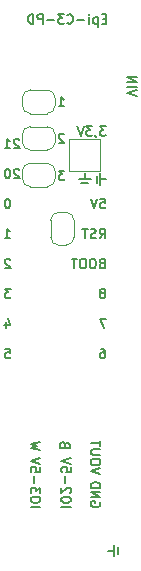
<source format=gbr>
%TF.GenerationSoftware,KiCad,Pcbnew,8.0.5-8.0.5-0~ubuntu24.04.1*%
%TF.CreationDate,2024-10-10T17:44:54+02:00*%
%TF.ProjectId,epi_ESP32_PD,6570695f-4553-4503-9332-5f50442e6b69,1_1*%
%TF.SameCoordinates,Original*%
%TF.FileFunction,Legend,Bot*%
%TF.FilePolarity,Positive*%
%FSLAX46Y46*%
G04 Gerber Fmt 4.6, Leading zero omitted, Abs format (unit mm)*
G04 Created by KiCad (PCBNEW 8.0.5-8.0.5-0~ubuntu24.04.1) date 2024-10-10 17:44:54*
%MOMM*%
%LPD*%
G01*
G04 APERTURE LIST*
%ADD10C,0.160000*%
%ADD11C,0.120000*%
G04 APERTURE END LIST*
D10*
X107100000Y-50950000D02*
X107100000Y-50450000D01*
X108300000Y-82400000D02*
X108300000Y-81900000D01*
X105500000Y-51250000D02*
X106100000Y-51250000D01*
X106800000Y-50650000D02*
X106800000Y-51250000D01*
X105800000Y-50950000D02*
X106300000Y-50950000D01*
X108600000Y-82700000D02*
X108600000Y-82100000D01*
X107800000Y-82400000D02*
X108300000Y-82400000D01*
X105800000Y-50450000D02*
X105800000Y-50950000D01*
X105800000Y-50950000D02*
X105300000Y-50950000D01*
X108300000Y-82400000D02*
X108300000Y-82900000D01*
X107100000Y-50950000D02*
X107100000Y-51450000D01*
X107600000Y-50950000D02*
X107100000Y-50950000D01*
X107580451Y-62774975D02*
X107047117Y-62774975D01*
X107047117Y-62774975D02*
X107389975Y-63574975D01*
X100242356Y-50151165D02*
X100204260Y-50113070D01*
X100204260Y-50113070D02*
X100128070Y-50074975D01*
X100128070Y-50074975D02*
X99937594Y-50074975D01*
X99937594Y-50074975D02*
X99861403Y-50113070D01*
X99861403Y-50113070D02*
X99823308Y-50151165D01*
X99823308Y-50151165D02*
X99785213Y-50227356D01*
X99785213Y-50227356D02*
X99785213Y-50303546D01*
X99785213Y-50303546D02*
X99823308Y-50417832D01*
X99823308Y-50417832D02*
X100280451Y-50874975D01*
X100280451Y-50874975D02*
X99785213Y-50874975D01*
X99289974Y-50074975D02*
X99213784Y-50074975D01*
X99213784Y-50074975D02*
X99137593Y-50113070D01*
X99137593Y-50113070D02*
X99099498Y-50151165D01*
X99099498Y-50151165D02*
X99061403Y-50227356D01*
X99061403Y-50227356D02*
X99023308Y-50379737D01*
X99023308Y-50379737D02*
X99023308Y-50570213D01*
X99023308Y-50570213D02*
X99061403Y-50722594D01*
X99061403Y-50722594D02*
X99099498Y-50798784D01*
X99099498Y-50798784D02*
X99137593Y-50836880D01*
X99137593Y-50836880D02*
X99213784Y-50874975D01*
X99213784Y-50874975D02*
X99289974Y-50874975D01*
X99289974Y-50874975D02*
X99366165Y-50836880D01*
X99366165Y-50836880D02*
X99404260Y-50798784D01*
X99404260Y-50798784D02*
X99442355Y-50722594D01*
X99442355Y-50722594D02*
X99480451Y-50570213D01*
X99480451Y-50570213D02*
X99480451Y-50379737D01*
X99480451Y-50379737D02*
X99442355Y-50227356D01*
X99442355Y-50227356D02*
X99404260Y-50151165D01*
X99404260Y-50151165D02*
X99366165Y-50113070D01*
X99366165Y-50113070D02*
X99289974Y-50074975D01*
X104042356Y-47169965D02*
X104004260Y-47131870D01*
X104004260Y-47131870D02*
X103928070Y-47093775D01*
X103928070Y-47093775D02*
X103737594Y-47093775D01*
X103737594Y-47093775D02*
X103661403Y-47131870D01*
X103661403Y-47131870D02*
X103623308Y-47169965D01*
X103623308Y-47169965D02*
X103585213Y-47246156D01*
X103585213Y-47246156D02*
X103585213Y-47322346D01*
X103585213Y-47322346D02*
X103623308Y-47436632D01*
X103623308Y-47436632D02*
X104080451Y-47893775D01*
X104080451Y-47893775D02*
X103585213Y-47893775D01*
X104080451Y-50224975D02*
X103585213Y-50224975D01*
X103585213Y-50224975D02*
X103851879Y-50529737D01*
X103851879Y-50529737D02*
X103737594Y-50529737D01*
X103737594Y-50529737D02*
X103661403Y-50567832D01*
X103661403Y-50567832D02*
X103623308Y-50605927D01*
X103623308Y-50605927D02*
X103585213Y-50682118D01*
X103585213Y-50682118D02*
X103585213Y-50872594D01*
X103585213Y-50872594D02*
X103623308Y-50948784D01*
X103623308Y-50948784D02*
X103661403Y-50986880D01*
X103661403Y-50986880D02*
X103737594Y-51024975D01*
X103737594Y-51024975D02*
X103966165Y-51024975D01*
X103966165Y-51024975D02*
X104042356Y-50986880D01*
X104042356Y-50986880D02*
X104080451Y-50948784D01*
X107123308Y-52614975D02*
X107504260Y-52614975D01*
X107504260Y-52614975D02*
X107542356Y-52995927D01*
X107542356Y-52995927D02*
X107504260Y-52957832D01*
X107504260Y-52957832D02*
X107428070Y-52919737D01*
X107428070Y-52919737D02*
X107237594Y-52919737D01*
X107237594Y-52919737D02*
X107161403Y-52957832D01*
X107161403Y-52957832D02*
X107123308Y-52995927D01*
X107123308Y-52995927D02*
X107085213Y-53072118D01*
X107085213Y-53072118D02*
X107085213Y-53262594D01*
X107085213Y-53262594D02*
X107123308Y-53338784D01*
X107123308Y-53338784D02*
X107161403Y-53376880D01*
X107161403Y-53376880D02*
X107237594Y-53414975D01*
X107237594Y-53414975D02*
X107428070Y-53414975D01*
X107428070Y-53414975D02*
X107504260Y-53376880D01*
X107504260Y-53376880D02*
X107542356Y-53338784D01*
X106856641Y-52614975D02*
X106589974Y-53414975D01*
X106589974Y-53414975D02*
X106323308Y-52614975D01*
X99480451Y-57771165D02*
X99442355Y-57733070D01*
X99442355Y-57733070D02*
X99366165Y-57694975D01*
X99366165Y-57694975D02*
X99175689Y-57694975D01*
X99175689Y-57694975D02*
X99099498Y-57733070D01*
X99099498Y-57733070D02*
X99061403Y-57771165D01*
X99061403Y-57771165D02*
X99023308Y-57847356D01*
X99023308Y-57847356D02*
X99023308Y-57923546D01*
X99023308Y-57923546D02*
X99061403Y-58037832D01*
X99061403Y-58037832D02*
X99518546Y-58494975D01*
X99518546Y-58494975D02*
X99023308Y-58494975D01*
X110206224Y-43918546D02*
X109406224Y-43651879D01*
X109406224Y-43651879D02*
X110206224Y-43385213D01*
X109406224Y-43118546D02*
X110206224Y-43118546D01*
X109406224Y-42737594D02*
X110206224Y-42737594D01*
X110206224Y-42737594D02*
X109406224Y-42280451D01*
X109406224Y-42280451D02*
X110206224Y-42280451D01*
X99289974Y-52614975D02*
X99213784Y-52614975D01*
X99213784Y-52614975D02*
X99137593Y-52653070D01*
X99137593Y-52653070D02*
X99099498Y-52691165D01*
X99099498Y-52691165D02*
X99061403Y-52767356D01*
X99061403Y-52767356D02*
X99023308Y-52919737D01*
X99023308Y-52919737D02*
X99023308Y-53110213D01*
X99023308Y-53110213D02*
X99061403Y-53262594D01*
X99061403Y-53262594D02*
X99099498Y-53338784D01*
X99099498Y-53338784D02*
X99137593Y-53376880D01*
X99137593Y-53376880D02*
X99213784Y-53414975D01*
X99213784Y-53414975D02*
X99289974Y-53414975D01*
X99289974Y-53414975D02*
X99366165Y-53376880D01*
X99366165Y-53376880D02*
X99404260Y-53338784D01*
X99404260Y-53338784D02*
X99442355Y-53262594D01*
X99442355Y-53262594D02*
X99480451Y-53110213D01*
X99480451Y-53110213D02*
X99480451Y-52919737D01*
X99480451Y-52919737D02*
X99442355Y-52767356D01*
X99442355Y-52767356D02*
X99404260Y-52691165D01*
X99404260Y-52691165D02*
X99366165Y-52653070D01*
X99366165Y-52653070D02*
X99289974Y-52614975D01*
X107389975Y-60577832D02*
X107466165Y-60539737D01*
X107466165Y-60539737D02*
X107504260Y-60501641D01*
X107504260Y-60501641D02*
X107542356Y-60425451D01*
X107542356Y-60425451D02*
X107542356Y-60387356D01*
X107542356Y-60387356D02*
X107504260Y-60311165D01*
X107504260Y-60311165D02*
X107466165Y-60273070D01*
X107466165Y-60273070D02*
X107389975Y-60234975D01*
X107389975Y-60234975D02*
X107237594Y-60234975D01*
X107237594Y-60234975D02*
X107161403Y-60273070D01*
X107161403Y-60273070D02*
X107123308Y-60311165D01*
X107123308Y-60311165D02*
X107085213Y-60387356D01*
X107085213Y-60387356D02*
X107085213Y-60425451D01*
X107085213Y-60425451D02*
X107123308Y-60501641D01*
X107123308Y-60501641D02*
X107161403Y-60539737D01*
X107161403Y-60539737D02*
X107237594Y-60577832D01*
X107237594Y-60577832D02*
X107389975Y-60577832D01*
X107389975Y-60577832D02*
X107466165Y-60615927D01*
X107466165Y-60615927D02*
X107504260Y-60654022D01*
X107504260Y-60654022D02*
X107542356Y-60730213D01*
X107542356Y-60730213D02*
X107542356Y-60882594D01*
X107542356Y-60882594D02*
X107504260Y-60958784D01*
X107504260Y-60958784D02*
X107466165Y-60996880D01*
X107466165Y-60996880D02*
X107389975Y-61034975D01*
X107389975Y-61034975D02*
X107237594Y-61034975D01*
X107237594Y-61034975D02*
X107161403Y-60996880D01*
X107161403Y-60996880D02*
X107123308Y-60958784D01*
X107123308Y-60958784D02*
X107085213Y-60882594D01*
X107085213Y-60882594D02*
X107085213Y-60730213D01*
X107085213Y-60730213D02*
X107123308Y-60654022D01*
X107123308Y-60654022D02*
X107161403Y-60615927D01*
X107161403Y-60615927D02*
X107237594Y-60577832D01*
X101206224Y-78704260D02*
X102006224Y-78704260D01*
X102006224Y-78170927D02*
X102006224Y-78018546D01*
X102006224Y-78018546D02*
X101968129Y-77942356D01*
X101968129Y-77942356D02*
X101891939Y-77866165D01*
X101891939Y-77866165D02*
X101739558Y-77828070D01*
X101739558Y-77828070D02*
X101472891Y-77828070D01*
X101472891Y-77828070D02*
X101320510Y-77866165D01*
X101320510Y-77866165D02*
X101244320Y-77942356D01*
X101244320Y-77942356D02*
X101206224Y-78018546D01*
X101206224Y-78018546D02*
X101206224Y-78170927D01*
X101206224Y-78170927D02*
X101244320Y-78247118D01*
X101244320Y-78247118D02*
X101320510Y-78323308D01*
X101320510Y-78323308D02*
X101472891Y-78361404D01*
X101472891Y-78361404D02*
X101739558Y-78361404D01*
X101739558Y-78361404D02*
X101891939Y-78323308D01*
X101891939Y-78323308D02*
X101968129Y-78247118D01*
X101968129Y-78247118D02*
X102006224Y-78170927D01*
X102006224Y-77561404D02*
X102006224Y-77066166D01*
X102006224Y-77066166D02*
X101701462Y-77332832D01*
X101701462Y-77332832D02*
X101701462Y-77218547D01*
X101701462Y-77218547D02*
X101663367Y-77142356D01*
X101663367Y-77142356D02*
X101625272Y-77104261D01*
X101625272Y-77104261D02*
X101549081Y-77066166D01*
X101549081Y-77066166D02*
X101358605Y-77066166D01*
X101358605Y-77066166D02*
X101282415Y-77104261D01*
X101282415Y-77104261D02*
X101244320Y-77142356D01*
X101244320Y-77142356D02*
X101206224Y-77218547D01*
X101206224Y-77218547D02*
X101206224Y-77447118D01*
X101206224Y-77447118D02*
X101244320Y-77523309D01*
X101244320Y-77523309D02*
X101282415Y-77561404D01*
X101510986Y-76723308D02*
X101510986Y-76113785D01*
X102006224Y-75351880D02*
X102006224Y-75732832D01*
X102006224Y-75732832D02*
X101625272Y-75770928D01*
X101625272Y-75770928D02*
X101663367Y-75732832D01*
X101663367Y-75732832D02*
X101701462Y-75656642D01*
X101701462Y-75656642D02*
X101701462Y-75466166D01*
X101701462Y-75466166D02*
X101663367Y-75389975D01*
X101663367Y-75389975D02*
X101625272Y-75351880D01*
X101625272Y-75351880D02*
X101549081Y-75313785D01*
X101549081Y-75313785D02*
X101358605Y-75313785D01*
X101358605Y-75313785D02*
X101282415Y-75351880D01*
X101282415Y-75351880D02*
X101244320Y-75389975D01*
X101244320Y-75389975D02*
X101206224Y-75466166D01*
X101206224Y-75466166D02*
X101206224Y-75656642D01*
X101206224Y-75656642D02*
X101244320Y-75732832D01*
X101244320Y-75732832D02*
X101282415Y-75770928D01*
X102006224Y-75085213D02*
X101206224Y-74818546D01*
X101206224Y-74818546D02*
X102006224Y-74551880D01*
X107047117Y-55954975D02*
X107313784Y-55574022D01*
X107504260Y-55954975D02*
X107504260Y-55154975D01*
X107504260Y-55154975D02*
X107199498Y-55154975D01*
X107199498Y-55154975D02*
X107123308Y-55193070D01*
X107123308Y-55193070D02*
X107085213Y-55231165D01*
X107085213Y-55231165D02*
X107047117Y-55307356D01*
X107047117Y-55307356D02*
X107047117Y-55421641D01*
X107047117Y-55421641D02*
X107085213Y-55497832D01*
X107085213Y-55497832D02*
X107123308Y-55535927D01*
X107123308Y-55535927D02*
X107199498Y-55574022D01*
X107199498Y-55574022D02*
X107504260Y-55574022D01*
X106742356Y-55916880D02*
X106628070Y-55954975D01*
X106628070Y-55954975D02*
X106437594Y-55954975D01*
X106437594Y-55954975D02*
X106361403Y-55916880D01*
X106361403Y-55916880D02*
X106323308Y-55878784D01*
X106323308Y-55878784D02*
X106285213Y-55802594D01*
X106285213Y-55802594D02*
X106285213Y-55726403D01*
X106285213Y-55726403D02*
X106323308Y-55650213D01*
X106323308Y-55650213D02*
X106361403Y-55612118D01*
X106361403Y-55612118D02*
X106437594Y-55574022D01*
X106437594Y-55574022D02*
X106589975Y-55535927D01*
X106589975Y-55535927D02*
X106666165Y-55497832D01*
X106666165Y-55497832D02*
X106704260Y-55459737D01*
X106704260Y-55459737D02*
X106742356Y-55383546D01*
X106742356Y-55383546D02*
X106742356Y-55307356D01*
X106742356Y-55307356D02*
X106704260Y-55231165D01*
X106704260Y-55231165D02*
X106666165Y-55193070D01*
X106666165Y-55193070D02*
X106589975Y-55154975D01*
X106589975Y-55154975D02*
X106399498Y-55154975D01*
X106399498Y-55154975D02*
X106285213Y-55193070D01*
X106056641Y-55154975D02*
X105599498Y-55154975D01*
X105828070Y-55954975D02*
X105828070Y-55154975D01*
X99099498Y-63041641D02*
X99099498Y-63574975D01*
X99289974Y-62736880D02*
X99480451Y-63308308D01*
X99480451Y-63308308D02*
X98985212Y-63308308D01*
X99518546Y-60234975D02*
X99023308Y-60234975D01*
X99023308Y-60234975D02*
X99289974Y-60539737D01*
X99289974Y-60539737D02*
X99175689Y-60539737D01*
X99175689Y-60539737D02*
X99099498Y-60577832D01*
X99099498Y-60577832D02*
X99061403Y-60615927D01*
X99061403Y-60615927D02*
X99023308Y-60692118D01*
X99023308Y-60692118D02*
X99023308Y-60882594D01*
X99023308Y-60882594D02*
X99061403Y-60958784D01*
X99061403Y-60958784D02*
X99099498Y-60996880D01*
X99099498Y-60996880D02*
X99175689Y-61034975D01*
X99175689Y-61034975D02*
X99404260Y-61034975D01*
X99404260Y-61034975D02*
X99480451Y-60996880D01*
X99480451Y-60996880D02*
X99518546Y-60958784D01*
X103806224Y-78704260D02*
X104606224Y-78704260D01*
X104606224Y-78170927D02*
X104606224Y-78018546D01*
X104606224Y-78018546D02*
X104568129Y-77942356D01*
X104568129Y-77942356D02*
X104491939Y-77866165D01*
X104491939Y-77866165D02*
X104339558Y-77828070D01*
X104339558Y-77828070D02*
X104072891Y-77828070D01*
X104072891Y-77828070D02*
X103920510Y-77866165D01*
X103920510Y-77866165D02*
X103844320Y-77942356D01*
X103844320Y-77942356D02*
X103806224Y-78018546D01*
X103806224Y-78018546D02*
X103806224Y-78170927D01*
X103806224Y-78170927D02*
X103844320Y-78247118D01*
X103844320Y-78247118D02*
X103920510Y-78323308D01*
X103920510Y-78323308D02*
X104072891Y-78361404D01*
X104072891Y-78361404D02*
X104339558Y-78361404D01*
X104339558Y-78361404D02*
X104491939Y-78323308D01*
X104491939Y-78323308D02*
X104568129Y-78247118D01*
X104568129Y-78247118D02*
X104606224Y-78170927D01*
X104530034Y-77523309D02*
X104568129Y-77485213D01*
X104568129Y-77485213D02*
X104606224Y-77409023D01*
X104606224Y-77409023D02*
X104606224Y-77218547D01*
X104606224Y-77218547D02*
X104568129Y-77142356D01*
X104568129Y-77142356D02*
X104530034Y-77104261D01*
X104530034Y-77104261D02*
X104453843Y-77066166D01*
X104453843Y-77066166D02*
X104377653Y-77066166D01*
X104377653Y-77066166D02*
X104263367Y-77104261D01*
X104263367Y-77104261D02*
X103806224Y-77561404D01*
X103806224Y-77561404D02*
X103806224Y-77066166D01*
X104110986Y-76723308D02*
X104110986Y-76113785D01*
X104606224Y-75351880D02*
X104606224Y-75732832D01*
X104606224Y-75732832D02*
X104225272Y-75770928D01*
X104225272Y-75770928D02*
X104263367Y-75732832D01*
X104263367Y-75732832D02*
X104301462Y-75656642D01*
X104301462Y-75656642D02*
X104301462Y-75466166D01*
X104301462Y-75466166D02*
X104263367Y-75389975D01*
X104263367Y-75389975D02*
X104225272Y-75351880D01*
X104225272Y-75351880D02*
X104149081Y-75313785D01*
X104149081Y-75313785D02*
X103958605Y-75313785D01*
X103958605Y-75313785D02*
X103882415Y-75351880D01*
X103882415Y-75351880D02*
X103844320Y-75389975D01*
X103844320Y-75389975D02*
X103806224Y-75466166D01*
X103806224Y-75466166D02*
X103806224Y-75656642D01*
X103806224Y-75656642D02*
X103844320Y-75732832D01*
X103844320Y-75732832D02*
X103882415Y-75770928D01*
X104606224Y-75085213D02*
X103806224Y-74818546D01*
X103806224Y-74818546D02*
X104606224Y-74551880D01*
X107599975Y-37374727D02*
X107333309Y-37374727D01*
X107219023Y-37793775D02*
X107599975Y-37793775D01*
X107599975Y-37793775D02*
X107599975Y-36993775D01*
X107599975Y-36993775D02*
X107219023Y-36993775D01*
X106876165Y-37260441D02*
X106876165Y-38060441D01*
X106876165Y-37298537D02*
X106799975Y-37260441D01*
X106799975Y-37260441D02*
X106647594Y-37260441D01*
X106647594Y-37260441D02*
X106571403Y-37298537D01*
X106571403Y-37298537D02*
X106533308Y-37336632D01*
X106533308Y-37336632D02*
X106495213Y-37412822D01*
X106495213Y-37412822D02*
X106495213Y-37641394D01*
X106495213Y-37641394D02*
X106533308Y-37717584D01*
X106533308Y-37717584D02*
X106571403Y-37755680D01*
X106571403Y-37755680D02*
X106647594Y-37793775D01*
X106647594Y-37793775D02*
X106799975Y-37793775D01*
X106799975Y-37793775D02*
X106876165Y-37755680D01*
X106152355Y-37793775D02*
X106152355Y-37260441D01*
X106152355Y-36993775D02*
X106190451Y-37031870D01*
X106190451Y-37031870D02*
X106152355Y-37069965D01*
X106152355Y-37069965D02*
X106114260Y-37031870D01*
X106114260Y-37031870D02*
X106152355Y-36993775D01*
X106152355Y-36993775D02*
X106152355Y-37069965D01*
X105771403Y-37489013D02*
X105161880Y-37489013D01*
X104323784Y-37717584D02*
X104361880Y-37755680D01*
X104361880Y-37755680D02*
X104476165Y-37793775D01*
X104476165Y-37793775D02*
X104552356Y-37793775D01*
X104552356Y-37793775D02*
X104666642Y-37755680D01*
X104666642Y-37755680D02*
X104742832Y-37679489D01*
X104742832Y-37679489D02*
X104780927Y-37603299D01*
X104780927Y-37603299D02*
X104819023Y-37450918D01*
X104819023Y-37450918D02*
X104819023Y-37336632D01*
X104819023Y-37336632D02*
X104780927Y-37184251D01*
X104780927Y-37184251D02*
X104742832Y-37108060D01*
X104742832Y-37108060D02*
X104666642Y-37031870D01*
X104666642Y-37031870D02*
X104552356Y-36993775D01*
X104552356Y-36993775D02*
X104476165Y-36993775D01*
X104476165Y-36993775D02*
X104361880Y-37031870D01*
X104361880Y-37031870D02*
X104323784Y-37069965D01*
X104057118Y-36993775D02*
X103561880Y-36993775D01*
X103561880Y-36993775D02*
X103828546Y-37298537D01*
X103828546Y-37298537D02*
X103714261Y-37298537D01*
X103714261Y-37298537D02*
X103638070Y-37336632D01*
X103638070Y-37336632D02*
X103599975Y-37374727D01*
X103599975Y-37374727D02*
X103561880Y-37450918D01*
X103561880Y-37450918D02*
X103561880Y-37641394D01*
X103561880Y-37641394D02*
X103599975Y-37717584D01*
X103599975Y-37717584D02*
X103638070Y-37755680D01*
X103638070Y-37755680D02*
X103714261Y-37793775D01*
X103714261Y-37793775D02*
X103942832Y-37793775D01*
X103942832Y-37793775D02*
X104019023Y-37755680D01*
X104019023Y-37755680D02*
X104057118Y-37717584D01*
X103219022Y-37489013D02*
X102609499Y-37489013D01*
X102228546Y-37793775D02*
X102228546Y-36993775D01*
X102228546Y-36993775D02*
X101923784Y-36993775D01*
X101923784Y-36993775D02*
X101847594Y-37031870D01*
X101847594Y-37031870D02*
X101809499Y-37069965D01*
X101809499Y-37069965D02*
X101771403Y-37146156D01*
X101771403Y-37146156D02*
X101771403Y-37260441D01*
X101771403Y-37260441D02*
X101809499Y-37336632D01*
X101809499Y-37336632D02*
X101847594Y-37374727D01*
X101847594Y-37374727D02*
X101923784Y-37412822D01*
X101923784Y-37412822D02*
X102228546Y-37412822D01*
X101428546Y-37793775D02*
X101428546Y-36993775D01*
X101428546Y-36993775D02*
X101238070Y-36993775D01*
X101238070Y-36993775D02*
X101123784Y-37031870D01*
X101123784Y-37031870D02*
X101047594Y-37108060D01*
X101047594Y-37108060D02*
X101009499Y-37184251D01*
X101009499Y-37184251D02*
X100971403Y-37336632D01*
X100971403Y-37336632D02*
X100971403Y-37450918D01*
X100971403Y-37450918D02*
X101009499Y-37603299D01*
X101009499Y-37603299D02*
X101047594Y-37679489D01*
X101047594Y-37679489D02*
X101123784Y-37755680D01*
X101123784Y-37755680D02*
X101238070Y-37793775D01*
X101238070Y-37793775D02*
X101428546Y-37793775D01*
X107237594Y-58075927D02*
X107123308Y-58114022D01*
X107123308Y-58114022D02*
X107085213Y-58152118D01*
X107085213Y-58152118D02*
X107047117Y-58228308D01*
X107047117Y-58228308D02*
X107047117Y-58342594D01*
X107047117Y-58342594D02*
X107085213Y-58418784D01*
X107085213Y-58418784D02*
X107123308Y-58456880D01*
X107123308Y-58456880D02*
X107199498Y-58494975D01*
X107199498Y-58494975D02*
X107504260Y-58494975D01*
X107504260Y-58494975D02*
X107504260Y-57694975D01*
X107504260Y-57694975D02*
X107237594Y-57694975D01*
X107237594Y-57694975D02*
X107161403Y-57733070D01*
X107161403Y-57733070D02*
X107123308Y-57771165D01*
X107123308Y-57771165D02*
X107085213Y-57847356D01*
X107085213Y-57847356D02*
X107085213Y-57923546D01*
X107085213Y-57923546D02*
X107123308Y-57999737D01*
X107123308Y-57999737D02*
X107161403Y-58037832D01*
X107161403Y-58037832D02*
X107237594Y-58075927D01*
X107237594Y-58075927D02*
X107504260Y-58075927D01*
X106551879Y-57694975D02*
X106399498Y-57694975D01*
X106399498Y-57694975D02*
X106323308Y-57733070D01*
X106323308Y-57733070D02*
X106247117Y-57809260D01*
X106247117Y-57809260D02*
X106209022Y-57961641D01*
X106209022Y-57961641D02*
X106209022Y-58228308D01*
X106209022Y-58228308D02*
X106247117Y-58380689D01*
X106247117Y-58380689D02*
X106323308Y-58456880D01*
X106323308Y-58456880D02*
X106399498Y-58494975D01*
X106399498Y-58494975D02*
X106551879Y-58494975D01*
X106551879Y-58494975D02*
X106628070Y-58456880D01*
X106628070Y-58456880D02*
X106704260Y-58380689D01*
X106704260Y-58380689D02*
X106742356Y-58228308D01*
X106742356Y-58228308D02*
X106742356Y-57961641D01*
X106742356Y-57961641D02*
X106704260Y-57809260D01*
X106704260Y-57809260D02*
X106628070Y-57733070D01*
X106628070Y-57733070D02*
X106551879Y-57694975D01*
X105713784Y-57694975D02*
X105561403Y-57694975D01*
X105561403Y-57694975D02*
X105485213Y-57733070D01*
X105485213Y-57733070D02*
X105409022Y-57809260D01*
X105409022Y-57809260D02*
X105370927Y-57961641D01*
X105370927Y-57961641D02*
X105370927Y-58228308D01*
X105370927Y-58228308D02*
X105409022Y-58380689D01*
X105409022Y-58380689D02*
X105485213Y-58456880D01*
X105485213Y-58456880D02*
X105561403Y-58494975D01*
X105561403Y-58494975D02*
X105713784Y-58494975D01*
X105713784Y-58494975D02*
X105789975Y-58456880D01*
X105789975Y-58456880D02*
X105866165Y-58380689D01*
X105866165Y-58380689D02*
X105904261Y-58228308D01*
X105904261Y-58228308D02*
X105904261Y-57961641D01*
X105904261Y-57961641D02*
X105866165Y-57809260D01*
X105866165Y-57809260D02*
X105789975Y-57733070D01*
X105789975Y-57733070D02*
X105713784Y-57694975D01*
X105142356Y-57694975D02*
X104685213Y-57694975D01*
X104913785Y-58494975D02*
X104913785Y-57694975D01*
X100242356Y-47611165D02*
X100204260Y-47573070D01*
X100204260Y-47573070D02*
X100128070Y-47534975D01*
X100128070Y-47534975D02*
X99937594Y-47534975D01*
X99937594Y-47534975D02*
X99861403Y-47573070D01*
X99861403Y-47573070D02*
X99823308Y-47611165D01*
X99823308Y-47611165D02*
X99785213Y-47687356D01*
X99785213Y-47687356D02*
X99785213Y-47763546D01*
X99785213Y-47763546D02*
X99823308Y-47877832D01*
X99823308Y-47877832D02*
X100280451Y-48334975D01*
X100280451Y-48334975D02*
X99785213Y-48334975D01*
X99023308Y-48334975D02*
X99480451Y-48334975D01*
X99251879Y-48334975D02*
X99251879Y-47534975D01*
X99251879Y-47534975D02*
X99328070Y-47649260D01*
X99328070Y-47649260D02*
X99404260Y-47725451D01*
X99404260Y-47725451D02*
X99480451Y-47763546D01*
X104125272Y-73437594D02*
X104087177Y-73323308D01*
X104087177Y-73323308D02*
X104049081Y-73285213D01*
X104049081Y-73285213D02*
X103972891Y-73247117D01*
X103972891Y-73247117D02*
X103858605Y-73247117D01*
X103858605Y-73247117D02*
X103782415Y-73285213D01*
X103782415Y-73285213D02*
X103744320Y-73323308D01*
X103744320Y-73323308D02*
X103706224Y-73399498D01*
X103706224Y-73399498D02*
X103706224Y-73704260D01*
X103706224Y-73704260D02*
X104506224Y-73704260D01*
X104506224Y-73704260D02*
X104506224Y-73437594D01*
X104506224Y-73437594D02*
X104468129Y-73361403D01*
X104468129Y-73361403D02*
X104430034Y-73323308D01*
X104430034Y-73323308D02*
X104353843Y-73285213D01*
X104353843Y-73285213D02*
X104277653Y-73285213D01*
X104277653Y-73285213D02*
X104201462Y-73323308D01*
X104201462Y-73323308D02*
X104163367Y-73361403D01*
X104163367Y-73361403D02*
X104125272Y-73437594D01*
X104125272Y-73437594D02*
X104125272Y-73704260D01*
X107580451Y-46493775D02*
X107085213Y-46493775D01*
X107085213Y-46493775D02*
X107351879Y-46798537D01*
X107351879Y-46798537D02*
X107237594Y-46798537D01*
X107237594Y-46798537D02*
X107161403Y-46836632D01*
X107161403Y-46836632D02*
X107123308Y-46874727D01*
X107123308Y-46874727D02*
X107085213Y-46950918D01*
X107085213Y-46950918D02*
X107085213Y-47141394D01*
X107085213Y-47141394D02*
X107123308Y-47217584D01*
X107123308Y-47217584D02*
X107161403Y-47255680D01*
X107161403Y-47255680D02*
X107237594Y-47293775D01*
X107237594Y-47293775D02*
X107466165Y-47293775D01*
X107466165Y-47293775D02*
X107542356Y-47255680D01*
X107542356Y-47255680D02*
X107580451Y-47217584D01*
X106704260Y-47255680D02*
X106704260Y-47293775D01*
X106704260Y-47293775D02*
X106742355Y-47369965D01*
X106742355Y-47369965D02*
X106780451Y-47408060D01*
X106437594Y-46493775D02*
X105942356Y-46493775D01*
X105942356Y-46493775D02*
X106209022Y-46798537D01*
X106209022Y-46798537D02*
X106094737Y-46798537D01*
X106094737Y-46798537D02*
X106018546Y-46836632D01*
X106018546Y-46836632D02*
X105980451Y-46874727D01*
X105980451Y-46874727D02*
X105942356Y-46950918D01*
X105942356Y-46950918D02*
X105942356Y-47141394D01*
X105942356Y-47141394D02*
X105980451Y-47217584D01*
X105980451Y-47217584D02*
X106018546Y-47255680D01*
X106018546Y-47255680D02*
X106094737Y-47293775D01*
X106094737Y-47293775D02*
X106323308Y-47293775D01*
X106323308Y-47293775D02*
X106399499Y-47255680D01*
X106399499Y-47255680D02*
X106437594Y-47217584D01*
X105713784Y-46493775D02*
X105447117Y-47293775D01*
X105447117Y-47293775D02*
X105180451Y-46493775D01*
X99023308Y-55954975D02*
X99480451Y-55954975D01*
X99251879Y-55954975D02*
X99251879Y-55154975D01*
X99251879Y-55154975D02*
X99328070Y-55269260D01*
X99328070Y-55269260D02*
X99404260Y-55345451D01*
X99404260Y-55345451D02*
X99480451Y-55383546D01*
X107106224Y-75918546D02*
X106306224Y-75651879D01*
X106306224Y-75651879D02*
X107106224Y-75385213D01*
X107106224Y-74966165D02*
X107106224Y-74813784D01*
X107106224Y-74813784D02*
X107068129Y-74737594D01*
X107068129Y-74737594D02*
X106991939Y-74661403D01*
X106991939Y-74661403D02*
X106839558Y-74623308D01*
X106839558Y-74623308D02*
X106572891Y-74623308D01*
X106572891Y-74623308D02*
X106420510Y-74661403D01*
X106420510Y-74661403D02*
X106344320Y-74737594D01*
X106344320Y-74737594D02*
X106306224Y-74813784D01*
X106306224Y-74813784D02*
X106306224Y-74966165D01*
X106306224Y-74966165D02*
X106344320Y-75042356D01*
X106344320Y-75042356D02*
X106420510Y-75118546D01*
X106420510Y-75118546D02*
X106572891Y-75156642D01*
X106572891Y-75156642D02*
X106839558Y-75156642D01*
X106839558Y-75156642D02*
X106991939Y-75118546D01*
X106991939Y-75118546D02*
X107068129Y-75042356D01*
X107068129Y-75042356D02*
X107106224Y-74966165D01*
X107106224Y-74280451D02*
X106458605Y-74280451D01*
X106458605Y-74280451D02*
X106382415Y-74242356D01*
X106382415Y-74242356D02*
X106344320Y-74204261D01*
X106344320Y-74204261D02*
X106306224Y-74128070D01*
X106306224Y-74128070D02*
X106306224Y-73975689D01*
X106306224Y-73975689D02*
X106344320Y-73899499D01*
X106344320Y-73899499D02*
X106382415Y-73861404D01*
X106382415Y-73861404D02*
X106458605Y-73823308D01*
X106458605Y-73823308D02*
X107106224Y-73823308D01*
X107106224Y-73556642D02*
X107106224Y-73099499D01*
X106306224Y-73328071D02*
X107106224Y-73328071D01*
X107161403Y-65314975D02*
X107313784Y-65314975D01*
X107313784Y-65314975D02*
X107389975Y-65353070D01*
X107389975Y-65353070D02*
X107428070Y-65391165D01*
X107428070Y-65391165D02*
X107504260Y-65505451D01*
X107504260Y-65505451D02*
X107542356Y-65657832D01*
X107542356Y-65657832D02*
X107542356Y-65962594D01*
X107542356Y-65962594D02*
X107504260Y-66038784D01*
X107504260Y-66038784D02*
X107466165Y-66076880D01*
X107466165Y-66076880D02*
X107389975Y-66114975D01*
X107389975Y-66114975D02*
X107237594Y-66114975D01*
X107237594Y-66114975D02*
X107161403Y-66076880D01*
X107161403Y-66076880D02*
X107123308Y-66038784D01*
X107123308Y-66038784D02*
X107085213Y-65962594D01*
X107085213Y-65962594D02*
X107085213Y-65772118D01*
X107085213Y-65772118D02*
X107123308Y-65695927D01*
X107123308Y-65695927D02*
X107161403Y-65657832D01*
X107161403Y-65657832D02*
X107237594Y-65619737D01*
X107237594Y-65619737D02*
X107389975Y-65619737D01*
X107389975Y-65619737D02*
X107466165Y-65657832D01*
X107466165Y-65657832D02*
X107504260Y-65695927D01*
X107504260Y-65695927D02*
X107542356Y-65772118D01*
X99061403Y-65314975D02*
X99442355Y-65314975D01*
X99442355Y-65314975D02*
X99480451Y-65695927D01*
X99480451Y-65695927D02*
X99442355Y-65657832D01*
X99442355Y-65657832D02*
X99366165Y-65619737D01*
X99366165Y-65619737D02*
X99175689Y-65619737D01*
X99175689Y-65619737D02*
X99099498Y-65657832D01*
X99099498Y-65657832D02*
X99061403Y-65695927D01*
X99061403Y-65695927D02*
X99023308Y-65772118D01*
X99023308Y-65772118D02*
X99023308Y-65962594D01*
X99023308Y-65962594D02*
X99061403Y-66038784D01*
X99061403Y-66038784D02*
X99099498Y-66076880D01*
X99099498Y-66076880D02*
X99175689Y-66114975D01*
X99175689Y-66114975D02*
X99366165Y-66114975D01*
X99366165Y-66114975D02*
X99442355Y-66076880D01*
X99442355Y-66076880D02*
X99480451Y-66038784D01*
X102006224Y-73880451D02*
X101206224Y-73689975D01*
X101206224Y-73689975D02*
X101777653Y-73537594D01*
X101777653Y-73537594D02*
X101206224Y-73385213D01*
X101206224Y-73385213D02*
X102006224Y-73194737D01*
X103585213Y-44793775D02*
X104042356Y-44793775D01*
X103813784Y-44793775D02*
X103813784Y-43993775D01*
X103813784Y-43993775D02*
X103889975Y-44108060D01*
X103889975Y-44108060D02*
X103966165Y-44184251D01*
X103966165Y-44184251D02*
X104042356Y-44222346D01*
X107068129Y-78285213D02*
X107106224Y-78361403D01*
X107106224Y-78361403D02*
X107106224Y-78475689D01*
X107106224Y-78475689D02*
X107068129Y-78589975D01*
X107068129Y-78589975D02*
X106991939Y-78666165D01*
X106991939Y-78666165D02*
X106915748Y-78704260D01*
X106915748Y-78704260D02*
X106763367Y-78742356D01*
X106763367Y-78742356D02*
X106649081Y-78742356D01*
X106649081Y-78742356D02*
X106496700Y-78704260D01*
X106496700Y-78704260D02*
X106420510Y-78666165D01*
X106420510Y-78666165D02*
X106344320Y-78589975D01*
X106344320Y-78589975D02*
X106306224Y-78475689D01*
X106306224Y-78475689D02*
X106306224Y-78399498D01*
X106306224Y-78399498D02*
X106344320Y-78285213D01*
X106344320Y-78285213D02*
X106382415Y-78247117D01*
X106382415Y-78247117D02*
X106649081Y-78247117D01*
X106649081Y-78247117D02*
X106649081Y-78399498D01*
X106306224Y-77904260D02*
X107106224Y-77904260D01*
X107106224Y-77904260D02*
X106306224Y-77447117D01*
X106306224Y-77447117D02*
X107106224Y-77447117D01*
X106306224Y-77066165D02*
X107106224Y-77066165D01*
X107106224Y-77066165D02*
X107106224Y-76875689D01*
X107106224Y-76875689D02*
X107068129Y-76761403D01*
X107068129Y-76761403D02*
X106991939Y-76685213D01*
X106991939Y-76685213D02*
X106915748Y-76647118D01*
X106915748Y-76647118D02*
X106763367Y-76609022D01*
X106763367Y-76609022D02*
X106649081Y-76609022D01*
X106649081Y-76609022D02*
X106496700Y-76647118D01*
X106496700Y-76647118D02*
X106420510Y-76685213D01*
X106420510Y-76685213D02*
X106344320Y-76761403D01*
X106344320Y-76761403D02*
X106306224Y-76875689D01*
X106306224Y-76875689D02*
X106306224Y-77066165D01*
D11*
%TO.C,JP4*%
X102900000Y-55850000D02*
X102900000Y-54450000D01*
X103600000Y-53750000D02*
X104200000Y-53750000D01*
X104200000Y-56550000D02*
X103600000Y-56550000D01*
X104900000Y-54450000D02*
X104900000Y-55850000D01*
X102900000Y-54450000D02*
G75*
G02*
X103600000Y-53750000I699999J1D01*
G01*
X103600000Y-56550000D02*
G75*
G02*
X102900000Y-55850000I0J700000D01*
G01*
X104200000Y-53750000D02*
G75*
G02*
X104900000Y-54450000I1J-699999D01*
G01*
X104900000Y-55850000D02*
G75*
G02*
X104200000Y-56550000I-700000J0D01*
G01*
%TO.C,JP3*%
X100500000Y-44700000D02*
X100500000Y-44100000D01*
X101200000Y-43400000D02*
X102600000Y-43400000D01*
X102600000Y-45400000D02*
X101200000Y-45400000D01*
X103300000Y-44100000D02*
X103300000Y-44700000D01*
X100500000Y-44100000D02*
G75*
G02*
X101200000Y-43400000I700000J0D01*
G01*
X101200000Y-45400000D02*
G75*
G02*
X100500000Y-44700000I0J700000D01*
G01*
X102600000Y-43400000D02*
G75*
G02*
X103300000Y-44100000I1J-699999D01*
G01*
X103300000Y-44700000D02*
G75*
G02*
X102600000Y-45400000I-699999J-1D01*
G01*
%TO.C,JP1*%
X100500000Y-50900000D02*
X100500000Y-50300000D01*
X101200000Y-49600000D02*
X102600000Y-49600000D01*
X102600000Y-51600000D02*
X101200000Y-51600000D01*
X103300000Y-50300000D02*
X103300000Y-50900000D01*
X100500000Y-50300000D02*
G75*
G02*
X101200000Y-49600000I699999J1D01*
G01*
X101200000Y-51600000D02*
G75*
G02*
X100500000Y-50900000I-1J699999D01*
G01*
X102600000Y-49600000D02*
G75*
G02*
X103300000Y-50300000I0J-700000D01*
G01*
X103300000Y-50900000D02*
G75*
G02*
X102600000Y-51600000I-700000J0D01*
G01*
%TO.C,JP2*%
X100500000Y-47800000D02*
X100500000Y-47200000D01*
X101200000Y-46500000D02*
X102600000Y-46500000D01*
X102600000Y-48500000D02*
X101200000Y-48500000D01*
X103300000Y-47200000D02*
X103300000Y-47800000D01*
X100500000Y-47200000D02*
G75*
G02*
X101200000Y-46500000I699999J1D01*
G01*
X101200000Y-48500000D02*
G75*
G02*
X100500000Y-47800000I-1J699999D01*
G01*
X102600000Y-46500000D02*
G75*
G02*
X103300000Y-47200000I0J-700000D01*
G01*
X103300000Y-47800000D02*
G75*
G02*
X102600000Y-48500000I-700000J0D01*
G01*
%TO.C,J4*%
X104470000Y-47570000D02*
X104470000Y-50230000D01*
X104470000Y-47570000D02*
X107070000Y-47570000D01*
X104470000Y-50230000D02*
X107070000Y-50230000D01*
X107070000Y-47570000D02*
X107070000Y-50230000D01*
%TD*%
M02*

</source>
